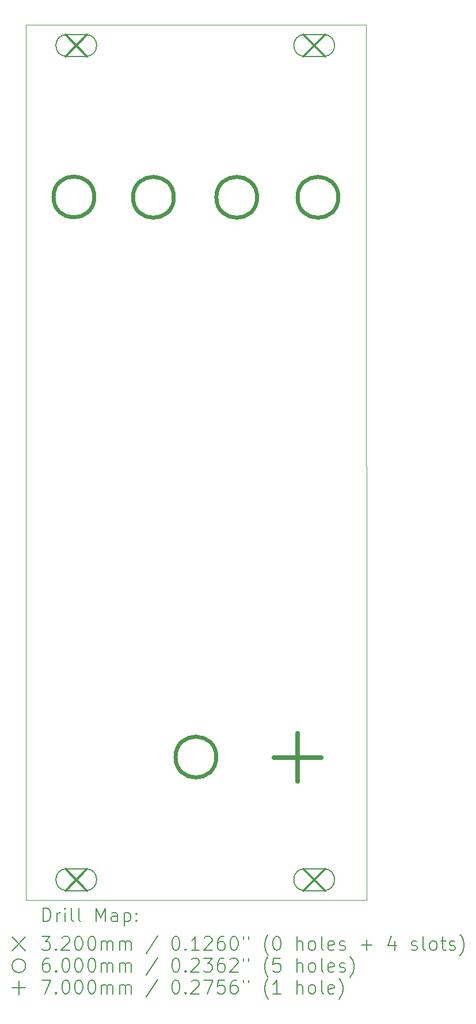
<source format=gbr>
%TF.GenerationSoftware,KiCad,Pcbnew,6.0.11+dfsg-1~bpo11+1*%
%TF.CreationDate,2023-04-14T14:39:15+08:00*%
%TF.ProjectId,MiniMix - Front,4d696e69-4d69-4782-902d-2046726f6e74,rev?*%
%TF.SameCoordinates,Original*%
%TF.FileFunction,Drillmap*%
%TF.FilePolarity,Positive*%
%FSLAX45Y45*%
G04 Gerber Fmt 4.5, Leading zero omitted, Abs format (unit mm)*
G04 Created by KiCad (PCBNEW 6.0.11+dfsg-1~bpo11+1) date 2023-04-14 14:39:15*
%MOMM*%
%LPD*%
G01*
G04 APERTURE LIST*
%ADD10C,0.100000*%
%ADD11C,0.200000*%
%ADD12C,0.320000*%
%ADD13C,0.600000*%
%ADD14C,0.700000*%
G04 APERTURE END LIST*
D10*
X14000000Y-3997057D02*
X14010000Y-16847057D01*
X9000000Y-16850000D02*
X9000000Y-4000000D01*
X9000000Y-4000000D02*
X14000000Y-3997057D01*
X14010000Y-16847057D02*
X9000000Y-16850000D01*
D11*
D12*
X9580000Y-4140000D02*
X9900000Y-4460000D01*
X9900000Y-4140000D02*
X9580000Y-4460000D01*
D11*
X9600000Y-4460000D02*
X9880000Y-4460000D01*
X9600000Y-4140000D02*
X9880000Y-4140000D01*
X9880000Y-4460000D02*
G75*
G03*
X9880000Y-4140000I0J160000D01*
G01*
X9600000Y-4140000D02*
G75*
G03*
X9600000Y-4460000I0J-160000D01*
G01*
D12*
X9580000Y-16390000D02*
X9900000Y-16710000D01*
X9900000Y-16390000D02*
X9580000Y-16710000D01*
D11*
X9600000Y-16710000D02*
X9880000Y-16710000D01*
X9600000Y-16390000D02*
X9880000Y-16390000D01*
X9880000Y-16710000D02*
G75*
G03*
X9880000Y-16390000I0J160000D01*
G01*
X9600000Y-16390000D02*
G75*
G03*
X9600000Y-16710000I0J-160000D01*
G01*
D12*
X13080000Y-4140000D02*
X13400000Y-4460000D01*
X13400000Y-4140000D02*
X13080000Y-4460000D01*
D11*
X13100000Y-4460000D02*
X13380000Y-4460000D01*
X13100000Y-4140000D02*
X13380000Y-4140000D01*
X13380000Y-4460000D02*
G75*
G03*
X13380000Y-4140000I0J160000D01*
G01*
X13100000Y-4140000D02*
G75*
G03*
X13100000Y-4460000I0J-160000D01*
G01*
D12*
X13080000Y-16390000D02*
X13400000Y-16710000D01*
X13400000Y-16390000D02*
X13080000Y-16710000D01*
D11*
X13100000Y-16710000D02*
X13380000Y-16710000D01*
X13100000Y-16390000D02*
X13380000Y-16390000D01*
X13380000Y-16710000D02*
G75*
G03*
X13380000Y-16390000I0J160000D01*
G01*
X13100000Y-16390000D02*
G75*
G03*
X13100000Y-16710000I0J-160000D01*
G01*
D13*
X10005000Y-6525000D02*
G75*
G03*
X10005000Y-6525000I-300000J0D01*
G01*
X11175000Y-6530000D02*
G75*
G03*
X11175000Y-6530000I-300000J0D01*
G01*
X11800000Y-14750000D02*
G75*
G03*
X11800000Y-14750000I-300000J0D01*
G01*
X12400000Y-6530000D02*
G75*
G03*
X12400000Y-6530000I-300000J0D01*
G01*
X13595000Y-6530000D02*
G75*
G03*
X13595000Y-6530000I-300000J0D01*
G01*
D14*
X12995000Y-14405000D02*
X12995000Y-15105000D01*
X12645000Y-14755000D02*
X13345000Y-14755000D01*
D11*
X9252619Y-17165476D02*
X9252619Y-16965476D01*
X9300238Y-16965476D01*
X9328810Y-16975000D01*
X9347857Y-16994048D01*
X9357381Y-17013095D01*
X9366905Y-17051190D01*
X9366905Y-17079762D01*
X9357381Y-17117857D01*
X9347857Y-17136905D01*
X9328810Y-17155952D01*
X9300238Y-17165476D01*
X9252619Y-17165476D01*
X9452619Y-17165476D02*
X9452619Y-17032143D01*
X9452619Y-17070238D02*
X9462143Y-17051190D01*
X9471667Y-17041667D01*
X9490714Y-17032143D01*
X9509762Y-17032143D01*
X9576429Y-17165476D02*
X9576429Y-17032143D01*
X9576429Y-16965476D02*
X9566905Y-16975000D01*
X9576429Y-16984524D01*
X9585952Y-16975000D01*
X9576429Y-16965476D01*
X9576429Y-16984524D01*
X9700238Y-17165476D02*
X9681190Y-17155952D01*
X9671667Y-17136905D01*
X9671667Y-16965476D01*
X9805000Y-17165476D02*
X9785952Y-17155952D01*
X9776429Y-17136905D01*
X9776429Y-16965476D01*
X10033571Y-17165476D02*
X10033571Y-16965476D01*
X10100238Y-17108333D01*
X10166905Y-16965476D01*
X10166905Y-17165476D01*
X10347857Y-17165476D02*
X10347857Y-17060714D01*
X10338333Y-17041667D01*
X10319286Y-17032143D01*
X10281190Y-17032143D01*
X10262143Y-17041667D01*
X10347857Y-17155952D02*
X10328810Y-17165476D01*
X10281190Y-17165476D01*
X10262143Y-17155952D01*
X10252619Y-17136905D01*
X10252619Y-17117857D01*
X10262143Y-17098810D01*
X10281190Y-17089286D01*
X10328810Y-17089286D01*
X10347857Y-17079762D01*
X10443095Y-17032143D02*
X10443095Y-17232143D01*
X10443095Y-17041667D02*
X10462143Y-17032143D01*
X10500238Y-17032143D01*
X10519286Y-17041667D01*
X10528810Y-17051190D01*
X10538333Y-17070238D01*
X10538333Y-17127381D01*
X10528810Y-17146429D01*
X10519286Y-17155952D01*
X10500238Y-17165476D01*
X10462143Y-17165476D01*
X10443095Y-17155952D01*
X10624048Y-17146429D02*
X10633571Y-17155952D01*
X10624048Y-17165476D01*
X10614524Y-17155952D01*
X10624048Y-17146429D01*
X10624048Y-17165476D01*
X10624048Y-17041667D02*
X10633571Y-17051190D01*
X10624048Y-17060714D01*
X10614524Y-17051190D01*
X10624048Y-17041667D01*
X10624048Y-17060714D01*
X8795000Y-17395000D02*
X8995000Y-17595000D01*
X8995000Y-17395000D02*
X8795000Y-17595000D01*
X9233571Y-17385476D02*
X9357381Y-17385476D01*
X9290714Y-17461667D01*
X9319286Y-17461667D01*
X9338333Y-17471190D01*
X9347857Y-17480714D01*
X9357381Y-17499762D01*
X9357381Y-17547381D01*
X9347857Y-17566429D01*
X9338333Y-17575952D01*
X9319286Y-17585476D01*
X9262143Y-17585476D01*
X9243095Y-17575952D01*
X9233571Y-17566429D01*
X9443095Y-17566429D02*
X9452619Y-17575952D01*
X9443095Y-17585476D01*
X9433571Y-17575952D01*
X9443095Y-17566429D01*
X9443095Y-17585476D01*
X9528810Y-17404524D02*
X9538333Y-17395000D01*
X9557381Y-17385476D01*
X9605000Y-17385476D01*
X9624048Y-17395000D01*
X9633571Y-17404524D01*
X9643095Y-17423571D01*
X9643095Y-17442619D01*
X9633571Y-17471190D01*
X9519286Y-17585476D01*
X9643095Y-17585476D01*
X9766905Y-17385476D02*
X9785952Y-17385476D01*
X9805000Y-17395000D01*
X9814524Y-17404524D01*
X9824048Y-17423571D01*
X9833571Y-17461667D01*
X9833571Y-17509286D01*
X9824048Y-17547381D01*
X9814524Y-17566429D01*
X9805000Y-17575952D01*
X9785952Y-17585476D01*
X9766905Y-17585476D01*
X9747857Y-17575952D01*
X9738333Y-17566429D01*
X9728810Y-17547381D01*
X9719286Y-17509286D01*
X9719286Y-17461667D01*
X9728810Y-17423571D01*
X9738333Y-17404524D01*
X9747857Y-17395000D01*
X9766905Y-17385476D01*
X9957381Y-17385476D02*
X9976429Y-17385476D01*
X9995476Y-17395000D01*
X10005000Y-17404524D01*
X10014524Y-17423571D01*
X10024048Y-17461667D01*
X10024048Y-17509286D01*
X10014524Y-17547381D01*
X10005000Y-17566429D01*
X9995476Y-17575952D01*
X9976429Y-17585476D01*
X9957381Y-17585476D01*
X9938333Y-17575952D01*
X9928810Y-17566429D01*
X9919286Y-17547381D01*
X9909762Y-17509286D01*
X9909762Y-17461667D01*
X9919286Y-17423571D01*
X9928810Y-17404524D01*
X9938333Y-17395000D01*
X9957381Y-17385476D01*
X10109762Y-17585476D02*
X10109762Y-17452143D01*
X10109762Y-17471190D02*
X10119286Y-17461667D01*
X10138333Y-17452143D01*
X10166905Y-17452143D01*
X10185952Y-17461667D01*
X10195476Y-17480714D01*
X10195476Y-17585476D01*
X10195476Y-17480714D02*
X10205000Y-17461667D01*
X10224048Y-17452143D01*
X10252619Y-17452143D01*
X10271667Y-17461667D01*
X10281190Y-17480714D01*
X10281190Y-17585476D01*
X10376429Y-17585476D02*
X10376429Y-17452143D01*
X10376429Y-17471190D02*
X10385952Y-17461667D01*
X10405000Y-17452143D01*
X10433571Y-17452143D01*
X10452619Y-17461667D01*
X10462143Y-17480714D01*
X10462143Y-17585476D01*
X10462143Y-17480714D02*
X10471667Y-17461667D01*
X10490714Y-17452143D01*
X10519286Y-17452143D01*
X10538333Y-17461667D01*
X10547857Y-17480714D01*
X10547857Y-17585476D01*
X10938333Y-17375952D02*
X10766905Y-17633095D01*
X11195476Y-17385476D02*
X11214524Y-17385476D01*
X11233571Y-17395000D01*
X11243095Y-17404524D01*
X11252619Y-17423571D01*
X11262143Y-17461667D01*
X11262143Y-17509286D01*
X11252619Y-17547381D01*
X11243095Y-17566429D01*
X11233571Y-17575952D01*
X11214524Y-17585476D01*
X11195476Y-17585476D01*
X11176429Y-17575952D01*
X11166905Y-17566429D01*
X11157381Y-17547381D01*
X11147857Y-17509286D01*
X11147857Y-17461667D01*
X11157381Y-17423571D01*
X11166905Y-17404524D01*
X11176429Y-17395000D01*
X11195476Y-17385476D01*
X11347857Y-17566429D02*
X11357381Y-17575952D01*
X11347857Y-17585476D01*
X11338333Y-17575952D01*
X11347857Y-17566429D01*
X11347857Y-17585476D01*
X11547857Y-17585476D02*
X11433571Y-17585476D01*
X11490714Y-17585476D02*
X11490714Y-17385476D01*
X11471667Y-17414048D01*
X11452619Y-17433095D01*
X11433571Y-17442619D01*
X11624048Y-17404524D02*
X11633571Y-17395000D01*
X11652619Y-17385476D01*
X11700238Y-17385476D01*
X11719286Y-17395000D01*
X11728809Y-17404524D01*
X11738333Y-17423571D01*
X11738333Y-17442619D01*
X11728809Y-17471190D01*
X11614524Y-17585476D01*
X11738333Y-17585476D01*
X11909762Y-17385476D02*
X11871667Y-17385476D01*
X11852619Y-17395000D01*
X11843095Y-17404524D01*
X11824048Y-17433095D01*
X11814524Y-17471190D01*
X11814524Y-17547381D01*
X11824048Y-17566429D01*
X11833571Y-17575952D01*
X11852619Y-17585476D01*
X11890714Y-17585476D01*
X11909762Y-17575952D01*
X11919286Y-17566429D01*
X11928809Y-17547381D01*
X11928809Y-17499762D01*
X11919286Y-17480714D01*
X11909762Y-17471190D01*
X11890714Y-17461667D01*
X11852619Y-17461667D01*
X11833571Y-17471190D01*
X11824048Y-17480714D01*
X11814524Y-17499762D01*
X12052619Y-17385476D02*
X12071667Y-17385476D01*
X12090714Y-17395000D01*
X12100238Y-17404524D01*
X12109762Y-17423571D01*
X12119286Y-17461667D01*
X12119286Y-17509286D01*
X12109762Y-17547381D01*
X12100238Y-17566429D01*
X12090714Y-17575952D01*
X12071667Y-17585476D01*
X12052619Y-17585476D01*
X12033571Y-17575952D01*
X12024048Y-17566429D01*
X12014524Y-17547381D01*
X12005000Y-17509286D01*
X12005000Y-17461667D01*
X12014524Y-17423571D01*
X12024048Y-17404524D01*
X12033571Y-17395000D01*
X12052619Y-17385476D01*
X12195476Y-17385476D02*
X12195476Y-17423571D01*
X12271667Y-17385476D02*
X12271667Y-17423571D01*
X12566905Y-17661667D02*
X12557381Y-17652143D01*
X12538333Y-17623571D01*
X12528809Y-17604524D01*
X12519286Y-17575952D01*
X12509762Y-17528333D01*
X12509762Y-17490238D01*
X12519286Y-17442619D01*
X12528809Y-17414048D01*
X12538333Y-17395000D01*
X12557381Y-17366429D01*
X12566905Y-17356905D01*
X12681190Y-17385476D02*
X12700238Y-17385476D01*
X12719286Y-17395000D01*
X12728809Y-17404524D01*
X12738333Y-17423571D01*
X12747857Y-17461667D01*
X12747857Y-17509286D01*
X12738333Y-17547381D01*
X12728809Y-17566429D01*
X12719286Y-17575952D01*
X12700238Y-17585476D01*
X12681190Y-17585476D01*
X12662143Y-17575952D01*
X12652619Y-17566429D01*
X12643095Y-17547381D01*
X12633571Y-17509286D01*
X12633571Y-17461667D01*
X12643095Y-17423571D01*
X12652619Y-17404524D01*
X12662143Y-17395000D01*
X12681190Y-17385476D01*
X12985952Y-17585476D02*
X12985952Y-17385476D01*
X13071667Y-17585476D02*
X13071667Y-17480714D01*
X13062143Y-17461667D01*
X13043095Y-17452143D01*
X13014524Y-17452143D01*
X12995476Y-17461667D01*
X12985952Y-17471190D01*
X13195476Y-17585476D02*
X13176428Y-17575952D01*
X13166905Y-17566429D01*
X13157381Y-17547381D01*
X13157381Y-17490238D01*
X13166905Y-17471190D01*
X13176428Y-17461667D01*
X13195476Y-17452143D01*
X13224048Y-17452143D01*
X13243095Y-17461667D01*
X13252619Y-17471190D01*
X13262143Y-17490238D01*
X13262143Y-17547381D01*
X13252619Y-17566429D01*
X13243095Y-17575952D01*
X13224048Y-17585476D01*
X13195476Y-17585476D01*
X13376428Y-17585476D02*
X13357381Y-17575952D01*
X13347857Y-17556905D01*
X13347857Y-17385476D01*
X13528809Y-17575952D02*
X13509762Y-17585476D01*
X13471667Y-17585476D01*
X13452619Y-17575952D01*
X13443095Y-17556905D01*
X13443095Y-17480714D01*
X13452619Y-17461667D01*
X13471667Y-17452143D01*
X13509762Y-17452143D01*
X13528809Y-17461667D01*
X13538333Y-17480714D01*
X13538333Y-17499762D01*
X13443095Y-17518810D01*
X13614524Y-17575952D02*
X13633571Y-17585476D01*
X13671667Y-17585476D01*
X13690714Y-17575952D01*
X13700238Y-17556905D01*
X13700238Y-17547381D01*
X13690714Y-17528333D01*
X13671667Y-17518810D01*
X13643095Y-17518810D01*
X13624048Y-17509286D01*
X13614524Y-17490238D01*
X13614524Y-17480714D01*
X13624048Y-17461667D01*
X13643095Y-17452143D01*
X13671667Y-17452143D01*
X13690714Y-17461667D01*
X13938333Y-17509286D02*
X14090714Y-17509286D01*
X14014524Y-17585476D02*
X14014524Y-17433095D01*
X14424048Y-17452143D02*
X14424048Y-17585476D01*
X14376428Y-17375952D02*
X14328809Y-17518810D01*
X14452619Y-17518810D01*
X14671667Y-17575952D02*
X14690714Y-17585476D01*
X14728809Y-17585476D01*
X14747857Y-17575952D01*
X14757381Y-17556905D01*
X14757381Y-17547381D01*
X14747857Y-17528333D01*
X14728809Y-17518810D01*
X14700238Y-17518810D01*
X14681190Y-17509286D01*
X14671667Y-17490238D01*
X14671667Y-17480714D01*
X14681190Y-17461667D01*
X14700238Y-17452143D01*
X14728809Y-17452143D01*
X14747857Y-17461667D01*
X14871667Y-17585476D02*
X14852619Y-17575952D01*
X14843095Y-17556905D01*
X14843095Y-17385476D01*
X14976428Y-17585476D02*
X14957381Y-17575952D01*
X14947857Y-17566429D01*
X14938333Y-17547381D01*
X14938333Y-17490238D01*
X14947857Y-17471190D01*
X14957381Y-17461667D01*
X14976428Y-17452143D01*
X15005000Y-17452143D01*
X15024048Y-17461667D01*
X15033571Y-17471190D01*
X15043095Y-17490238D01*
X15043095Y-17547381D01*
X15033571Y-17566429D01*
X15024048Y-17575952D01*
X15005000Y-17585476D01*
X14976428Y-17585476D01*
X15100238Y-17452143D02*
X15176428Y-17452143D01*
X15128809Y-17385476D02*
X15128809Y-17556905D01*
X15138333Y-17575952D01*
X15157381Y-17585476D01*
X15176428Y-17585476D01*
X15233571Y-17575952D02*
X15252619Y-17585476D01*
X15290714Y-17585476D01*
X15309762Y-17575952D01*
X15319286Y-17556905D01*
X15319286Y-17547381D01*
X15309762Y-17528333D01*
X15290714Y-17518810D01*
X15262143Y-17518810D01*
X15243095Y-17509286D01*
X15233571Y-17490238D01*
X15233571Y-17480714D01*
X15243095Y-17461667D01*
X15262143Y-17452143D01*
X15290714Y-17452143D01*
X15309762Y-17461667D01*
X15385952Y-17661667D02*
X15395476Y-17652143D01*
X15414524Y-17623571D01*
X15424048Y-17604524D01*
X15433571Y-17575952D01*
X15443095Y-17528333D01*
X15443095Y-17490238D01*
X15433571Y-17442619D01*
X15424048Y-17414048D01*
X15414524Y-17395000D01*
X15395476Y-17366429D01*
X15385952Y-17356905D01*
X8995000Y-17815000D02*
G75*
G03*
X8995000Y-17815000I-100000J0D01*
G01*
X9338333Y-17705476D02*
X9300238Y-17705476D01*
X9281190Y-17715000D01*
X9271667Y-17724524D01*
X9252619Y-17753095D01*
X9243095Y-17791190D01*
X9243095Y-17867381D01*
X9252619Y-17886429D01*
X9262143Y-17895952D01*
X9281190Y-17905476D01*
X9319286Y-17905476D01*
X9338333Y-17895952D01*
X9347857Y-17886429D01*
X9357381Y-17867381D01*
X9357381Y-17819762D01*
X9347857Y-17800714D01*
X9338333Y-17791190D01*
X9319286Y-17781667D01*
X9281190Y-17781667D01*
X9262143Y-17791190D01*
X9252619Y-17800714D01*
X9243095Y-17819762D01*
X9443095Y-17886429D02*
X9452619Y-17895952D01*
X9443095Y-17905476D01*
X9433571Y-17895952D01*
X9443095Y-17886429D01*
X9443095Y-17905476D01*
X9576429Y-17705476D02*
X9595476Y-17705476D01*
X9614524Y-17715000D01*
X9624048Y-17724524D01*
X9633571Y-17743571D01*
X9643095Y-17781667D01*
X9643095Y-17829286D01*
X9633571Y-17867381D01*
X9624048Y-17886429D01*
X9614524Y-17895952D01*
X9595476Y-17905476D01*
X9576429Y-17905476D01*
X9557381Y-17895952D01*
X9547857Y-17886429D01*
X9538333Y-17867381D01*
X9528810Y-17829286D01*
X9528810Y-17781667D01*
X9538333Y-17743571D01*
X9547857Y-17724524D01*
X9557381Y-17715000D01*
X9576429Y-17705476D01*
X9766905Y-17705476D02*
X9785952Y-17705476D01*
X9805000Y-17715000D01*
X9814524Y-17724524D01*
X9824048Y-17743571D01*
X9833571Y-17781667D01*
X9833571Y-17829286D01*
X9824048Y-17867381D01*
X9814524Y-17886429D01*
X9805000Y-17895952D01*
X9785952Y-17905476D01*
X9766905Y-17905476D01*
X9747857Y-17895952D01*
X9738333Y-17886429D01*
X9728810Y-17867381D01*
X9719286Y-17829286D01*
X9719286Y-17781667D01*
X9728810Y-17743571D01*
X9738333Y-17724524D01*
X9747857Y-17715000D01*
X9766905Y-17705476D01*
X9957381Y-17705476D02*
X9976429Y-17705476D01*
X9995476Y-17715000D01*
X10005000Y-17724524D01*
X10014524Y-17743571D01*
X10024048Y-17781667D01*
X10024048Y-17829286D01*
X10014524Y-17867381D01*
X10005000Y-17886429D01*
X9995476Y-17895952D01*
X9976429Y-17905476D01*
X9957381Y-17905476D01*
X9938333Y-17895952D01*
X9928810Y-17886429D01*
X9919286Y-17867381D01*
X9909762Y-17829286D01*
X9909762Y-17781667D01*
X9919286Y-17743571D01*
X9928810Y-17724524D01*
X9938333Y-17715000D01*
X9957381Y-17705476D01*
X10109762Y-17905476D02*
X10109762Y-17772143D01*
X10109762Y-17791190D02*
X10119286Y-17781667D01*
X10138333Y-17772143D01*
X10166905Y-17772143D01*
X10185952Y-17781667D01*
X10195476Y-17800714D01*
X10195476Y-17905476D01*
X10195476Y-17800714D02*
X10205000Y-17781667D01*
X10224048Y-17772143D01*
X10252619Y-17772143D01*
X10271667Y-17781667D01*
X10281190Y-17800714D01*
X10281190Y-17905476D01*
X10376429Y-17905476D02*
X10376429Y-17772143D01*
X10376429Y-17791190D02*
X10385952Y-17781667D01*
X10405000Y-17772143D01*
X10433571Y-17772143D01*
X10452619Y-17781667D01*
X10462143Y-17800714D01*
X10462143Y-17905476D01*
X10462143Y-17800714D02*
X10471667Y-17781667D01*
X10490714Y-17772143D01*
X10519286Y-17772143D01*
X10538333Y-17781667D01*
X10547857Y-17800714D01*
X10547857Y-17905476D01*
X10938333Y-17695952D02*
X10766905Y-17953095D01*
X11195476Y-17705476D02*
X11214524Y-17705476D01*
X11233571Y-17715000D01*
X11243095Y-17724524D01*
X11252619Y-17743571D01*
X11262143Y-17781667D01*
X11262143Y-17829286D01*
X11252619Y-17867381D01*
X11243095Y-17886429D01*
X11233571Y-17895952D01*
X11214524Y-17905476D01*
X11195476Y-17905476D01*
X11176429Y-17895952D01*
X11166905Y-17886429D01*
X11157381Y-17867381D01*
X11147857Y-17829286D01*
X11147857Y-17781667D01*
X11157381Y-17743571D01*
X11166905Y-17724524D01*
X11176429Y-17715000D01*
X11195476Y-17705476D01*
X11347857Y-17886429D02*
X11357381Y-17895952D01*
X11347857Y-17905476D01*
X11338333Y-17895952D01*
X11347857Y-17886429D01*
X11347857Y-17905476D01*
X11433571Y-17724524D02*
X11443095Y-17715000D01*
X11462143Y-17705476D01*
X11509762Y-17705476D01*
X11528809Y-17715000D01*
X11538333Y-17724524D01*
X11547857Y-17743571D01*
X11547857Y-17762619D01*
X11538333Y-17791190D01*
X11424048Y-17905476D01*
X11547857Y-17905476D01*
X11614524Y-17705476D02*
X11738333Y-17705476D01*
X11671667Y-17781667D01*
X11700238Y-17781667D01*
X11719286Y-17791190D01*
X11728809Y-17800714D01*
X11738333Y-17819762D01*
X11738333Y-17867381D01*
X11728809Y-17886429D01*
X11719286Y-17895952D01*
X11700238Y-17905476D01*
X11643095Y-17905476D01*
X11624048Y-17895952D01*
X11614524Y-17886429D01*
X11909762Y-17705476D02*
X11871667Y-17705476D01*
X11852619Y-17715000D01*
X11843095Y-17724524D01*
X11824048Y-17753095D01*
X11814524Y-17791190D01*
X11814524Y-17867381D01*
X11824048Y-17886429D01*
X11833571Y-17895952D01*
X11852619Y-17905476D01*
X11890714Y-17905476D01*
X11909762Y-17895952D01*
X11919286Y-17886429D01*
X11928809Y-17867381D01*
X11928809Y-17819762D01*
X11919286Y-17800714D01*
X11909762Y-17791190D01*
X11890714Y-17781667D01*
X11852619Y-17781667D01*
X11833571Y-17791190D01*
X11824048Y-17800714D01*
X11814524Y-17819762D01*
X12005000Y-17724524D02*
X12014524Y-17715000D01*
X12033571Y-17705476D01*
X12081190Y-17705476D01*
X12100238Y-17715000D01*
X12109762Y-17724524D01*
X12119286Y-17743571D01*
X12119286Y-17762619D01*
X12109762Y-17791190D01*
X11995476Y-17905476D01*
X12119286Y-17905476D01*
X12195476Y-17705476D02*
X12195476Y-17743571D01*
X12271667Y-17705476D02*
X12271667Y-17743571D01*
X12566905Y-17981667D02*
X12557381Y-17972143D01*
X12538333Y-17943571D01*
X12528809Y-17924524D01*
X12519286Y-17895952D01*
X12509762Y-17848333D01*
X12509762Y-17810238D01*
X12519286Y-17762619D01*
X12528809Y-17734048D01*
X12538333Y-17715000D01*
X12557381Y-17686429D01*
X12566905Y-17676905D01*
X12738333Y-17705476D02*
X12643095Y-17705476D01*
X12633571Y-17800714D01*
X12643095Y-17791190D01*
X12662143Y-17781667D01*
X12709762Y-17781667D01*
X12728809Y-17791190D01*
X12738333Y-17800714D01*
X12747857Y-17819762D01*
X12747857Y-17867381D01*
X12738333Y-17886429D01*
X12728809Y-17895952D01*
X12709762Y-17905476D01*
X12662143Y-17905476D01*
X12643095Y-17895952D01*
X12633571Y-17886429D01*
X12985952Y-17905476D02*
X12985952Y-17705476D01*
X13071667Y-17905476D02*
X13071667Y-17800714D01*
X13062143Y-17781667D01*
X13043095Y-17772143D01*
X13014524Y-17772143D01*
X12995476Y-17781667D01*
X12985952Y-17791190D01*
X13195476Y-17905476D02*
X13176428Y-17895952D01*
X13166905Y-17886429D01*
X13157381Y-17867381D01*
X13157381Y-17810238D01*
X13166905Y-17791190D01*
X13176428Y-17781667D01*
X13195476Y-17772143D01*
X13224048Y-17772143D01*
X13243095Y-17781667D01*
X13252619Y-17791190D01*
X13262143Y-17810238D01*
X13262143Y-17867381D01*
X13252619Y-17886429D01*
X13243095Y-17895952D01*
X13224048Y-17905476D01*
X13195476Y-17905476D01*
X13376428Y-17905476D02*
X13357381Y-17895952D01*
X13347857Y-17876905D01*
X13347857Y-17705476D01*
X13528809Y-17895952D02*
X13509762Y-17905476D01*
X13471667Y-17905476D01*
X13452619Y-17895952D01*
X13443095Y-17876905D01*
X13443095Y-17800714D01*
X13452619Y-17781667D01*
X13471667Y-17772143D01*
X13509762Y-17772143D01*
X13528809Y-17781667D01*
X13538333Y-17800714D01*
X13538333Y-17819762D01*
X13443095Y-17838810D01*
X13614524Y-17895952D02*
X13633571Y-17905476D01*
X13671667Y-17905476D01*
X13690714Y-17895952D01*
X13700238Y-17876905D01*
X13700238Y-17867381D01*
X13690714Y-17848333D01*
X13671667Y-17838810D01*
X13643095Y-17838810D01*
X13624048Y-17829286D01*
X13614524Y-17810238D01*
X13614524Y-17800714D01*
X13624048Y-17781667D01*
X13643095Y-17772143D01*
X13671667Y-17772143D01*
X13690714Y-17781667D01*
X13766905Y-17981667D02*
X13776428Y-17972143D01*
X13795476Y-17943571D01*
X13805000Y-17924524D01*
X13814524Y-17895952D01*
X13824048Y-17848333D01*
X13824048Y-17810238D01*
X13814524Y-17762619D01*
X13805000Y-17734048D01*
X13795476Y-17715000D01*
X13776428Y-17686429D01*
X13766905Y-17676905D01*
X8895000Y-18035000D02*
X8895000Y-18235000D01*
X8795000Y-18135000D02*
X8995000Y-18135000D01*
X9233571Y-18025476D02*
X9366905Y-18025476D01*
X9281190Y-18225476D01*
X9443095Y-18206429D02*
X9452619Y-18215952D01*
X9443095Y-18225476D01*
X9433571Y-18215952D01*
X9443095Y-18206429D01*
X9443095Y-18225476D01*
X9576429Y-18025476D02*
X9595476Y-18025476D01*
X9614524Y-18035000D01*
X9624048Y-18044524D01*
X9633571Y-18063571D01*
X9643095Y-18101667D01*
X9643095Y-18149286D01*
X9633571Y-18187381D01*
X9624048Y-18206429D01*
X9614524Y-18215952D01*
X9595476Y-18225476D01*
X9576429Y-18225476D01*
X9557381Y-18215952D01*
X9547857Y-18206429D01*
X9538333Y-18187381D01*
X9528810Y-18149286D01*
X9528810Y-18101667D01*
X9538333Y-18063571D01*
X9547857Y-18044524D01*
X9557381Y-18035000D01*
X9576429Y-18025476D01*
X9766905Y-18025476D02*
X9785952Y-18025476D01*
X9805000Y-18035000D01*
X9814524Y-18044524D01*
X9824048Y-18063571D01*
X9833571Y-18101667D01*
X9833571Y-18149286D01*
X9824048Y-18187381D01*
X9814524Y-18206429D01*
X9805000Y-18215952D01*
X9785952Y-18225476D01*
X9766905Y-18225476D01*
X9747857Y-18215952D01*
X9738333Y-18206429D01*
X9728810Y-18187381D01*
X9719286Y-18149286D01*
X9719286Y-18101667D01*
X9728810Y-18063571D01*
X9738333Y-18044524D01*
X9747857Y-18035000D01*
X9766905Y-18025476D01*
X9957381Y-18025476D02*
X9976429Y-18025476D01*
X9995476Y-18035000D01*
X10005000Y-18044524D01*
X10014524Y-18063571D01*
X10024048Y-18101667D01*
X10024048Y-18149286D01*
X10014524Y-18187381D01*
X10005000Y-18206429D01*
X9995476Y-18215952D01*
X9976429Y-18225476D01*
X9957381Y-18225476D01*
X9938333Y-18215952D01*
X9928810Y-18206429D01*
X9919286Y-18187381D01*
X9909762Y-18149286D01*
X9909762Y-18101667D01*
X9919286Y-18063571D01*
X9928810Y-18044524D01*
X9938333Y-18035000D01*
X9957381Y-18025476D01*
X10109762Y-18225476D02*
X10109762Y-18092143D01*
X10109762Y-18111190D02*
X10119286Y-18101667D01*
X10138333Y-18092143D01*
X10166905Y-18092143D01*
X10185952Y-18101667D01*
X10195476Y-18120714D01*
X10195476Y-18225476D01*
X10195476Y-18120714D02*
X10205000Y-18101667D01*
X10224048Y-18092143D01*
X10252619Y-18092143D01*
X10271667Y-18101667D01*
X10281190Y-18120714D01*
X10281190Y-18225476D01*
X10376429Y-18225476D02*
X10376429Y-18092143D01*
X10376429Y-18111190D02*
X10385952Y-18101667D01*
X10405000Y-18092143D01*
X10433571Y-18092143D01*
X10452619Y-18101667D01*
X10462143Y-18120714D01*
X10462143Y-18225476D01*
X10462143Y-18120714D02*
X10471667Y-18101667D01*
X10490714Y-18092143D01*
X10519286Y-18092143D01*
X10538333Y-18101667D01*
X10547857Y-18120714D01*
X10547857Y-18225476D01*
X10938333Y-18015952D02*
X10766905Y-18273095D01*
X11195476Y-18025476D02*
X11214524Y-18025476D01*
X11233571Y-18035000D01*
X11243095Y-18044524D01*
X11252619Y-18063571D01*
X11262143Y-18101667D01*
X11262143Y-18149286D01*
X11252619Y-18187381D01*
X11243095Y-18206429D01*
X11233571Y-18215952D01*
X11214524Y-18225476D01*
X11195476Y-18225476D01*
X11176429Y-18215952D01*
X11166905Y-18206429D01*
X11157381Y-18187381D01*
X11147857Y-18149286D01*
X11147857Y-18101667D01*
X11157381Y-18063571D01*
X11166905Y-18044524D01*
X11176429Y-18035000D01*
X11195476Y-18025476D01*
X11347857Y-18206429D02*
X11357381Y-18215952D01*
X11347857Y-18225476D01*
X11338333Y-18215952D01*
X11347857Y-18206429D01*
X11347857Y-18225476D01*
X11433571Y-18044524D02*
X11443095Y-18035000D01*
X11462143Y-18025476D01*
X11509762Y-18025476D01*
X11528809Y-18035000D01*
X11538333Y-18044524D01*
X11547857Y-18063571D01*
X11547857Y-18082619D01*
X11538333Y-18111190D01*
X11424048Y-18225476D01*
X11547857Y-18225476D01*
X11614524Y-18025476D02*
X11747857Y-18025476D01*
X11662143Y-18225476D01*
X11919286Y-18025476D02*
X11824048Y-18025476D01*
X11814524Y-18120714D01*
X11824048Y-18111190D01*
X11843095Y-18101667D01*
X11890714Y-18101667D01*
X11909762Y-18111190D01*
X11919286Y-18120714D01*
X11928809Y-18139762D01*
X11928809Y-18187381D01*
X11919286Y-18206429D01*
X11909762Y-18215952D01*
X11890714Y-18225476D01*
X11843095Y-18225476D01*
X11824048Y-18215952D01*
X11814524Y-18206429D01*
X12100238Y-18025476D02*
X12062143Y-18025476D01*
X12043095Y-18035000D01*
X12033571Y-18044524D01*
X12014524Y-18073095D01*
X12005000Y-18111190D01*
X12005000Y-18187381D01*
X12014524Y-18206429D01*
X12024048Y-18215952D01*
X12043095Y-18225476D01*
X12081190Y-18225476D01*
X12100238Y-18215952D01*
X12109762Y-18206429D01*
X12119286Y-18187381D01*
X12119286Y-18139762D01*
X12109762Y-18120714D01*
X12100238Y-18111190D01*
X12081190Y-18101667D01*
X12043095Y-18101667D01*
X12024048Y-18111190D01*
X12014524Y-18120714D01*
X12005000Y-18139762D01*
X12195476Y-18025476D02*
X12195476Y-18063571D01*
X12271667Y-18025476D02*
X12271667Y-18063571D01*
X12566905Y-18301667D02*
X12557381Y-18292143D01*
X12538333Y-18263571D01*
X12528809Y-18244524D01*
X12519286Y-18215952D01*
X12509762Y-18168333D01*
X12509762Y-18130238D01*
X12519286Y-18082619D01*
X12528809Y-18054048D01*
X12538333Y-18035000D01*
X12557381Y-18006429D01*
X12566905Y-17996905D01*
X12747857Y-18225476D02*
X12633571Y-18225476D01*
X12690714Y-18225476D02*
X12690714Y-18025476D01*
X12671667Y-18054048D01*
X12652619Y-18073095D01*
X12633571Y-18082619D01*
X12985952Y-18225476D02*
X12985952Y-18025476D01*
X13071667Y-18225476D02*
X13071667Y-18120714D01*
X13062143Y-18101667D01*
X13043095Y-18092143D01*
X13014524Y-18092143D01*
X12995476Y-18101667D01*
X12985952Y-18111190D01*
X13195476Y-18225476D02*
X13176428Y-18215952D01*
X13166905Y-18206429D01*
X13157381Y-18187381D01*
X13157381Y-18130238D01*
X13166905Y-18111190D01*
X13176428Y-18101667D01*
X13195476Y-18092143D01*
X13224048Y-18092143D01*
X13243095Y-18101667D01*
X13252619Y-18111190D01*
X13262143Y-18130238D01*
X13262143Y-18187381D01*
X13252619Y-18206429D01*
X13243095Y-18215952D01*
X13224048Y-18225476D01*
X13195476Y-18225476D01*
X13376428Y-18225476D02*
X13357381Y-18215952D01*
X13347857Y-18196905D01*
X13347857Y-18025476D01*
X13528809Y-18215952D02*
X13509762Y-18225476D01*
X13471667Y-18225476D01*
X13452619Y-18215952D01*
X13443095Y-18196905D01*
X13443095Y-18120714D01*
X13452619Y-18101667D01*
X13471667Y-18092143D01*
X13509762Y-18092143D01*
X13528809Y-18101667D01*
X13538333Y-18120714D01*
X13538333Y-18139762D01*
X13443095Y-18158810D01*
X13605000Y-18301667D02*
X13614524Y-18292143D01*
X13633571Y-18263571D01*
X13643095Y-18244524D01*
X13652619Y-18215952D01*
X13662143Y-18168333D01*
X13662143Y-18130238D01*
X13652619Y-18082619D01*
X13643095Y-18054048D01*
X13633571Y-18035000D01*
X13614524Y-18006429D01*
X13605000Y-17996905D01*
M02*

</source>
